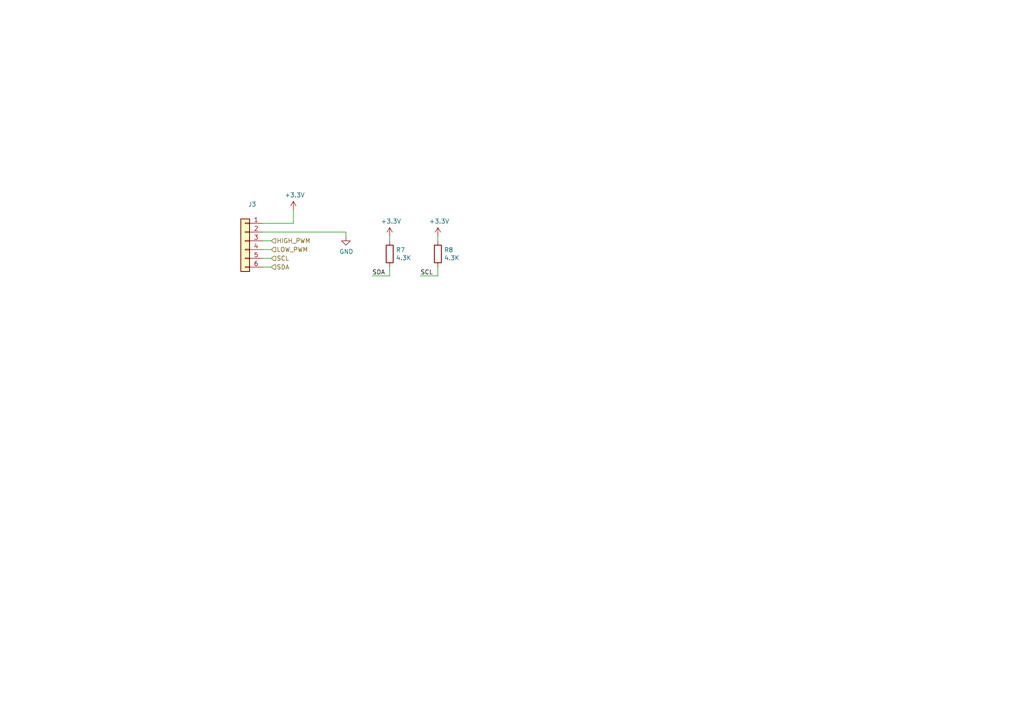
<source format=kicad_sch>
(kicad_sch (version 20211123) (generator eeschema)
  (paper "A4")
  (lib_symbols
    (symbol "Connector_Generic:Conn_01x06" (pin_names (offset 1.016) hide)
      (property "Reference" "J" (at 0 7.62 0))
      (property "Value" "Conn_01x06" (at 0 -10.16 0))
      (symbol "Conn_01x06_1_1"
        (rectangle (start -1.27 -7.493) (end 0 -7.747) (stroke (width 0.1524)))
        (rectangle (start -1.27 -4.953) (end 0 -5.207) (stroke (width 0.1524)))
        (rectangle (start -1.27 -2.413) (end 0 -2.667) (stroke (width 0.1524)))
        (rectangle (start -1.27 0.127) (end 0 -0.127) (stroke (width 0.1524)))
        (rectangle (start -1.27 2.667) (end 0 2.413) (stroke (width 0.1524)))
        (rectangle (start -1.27 5.207) (end 0 4.953) (stroke (width 0.1524)))
        (rectangle (start -1.27 6.35) (end 1.27 -8.89) (stroke (width 0.254)) (fill (type background)))
        (pin passive line (at -5.08 5.08 0) (length 3.81) (name "Pin_1") (number "1"))
        (pin passive line (at -5.08 2.54 0) (length 3.81) (name "Pin_2") (number "2"))
        (pin passive line (at -5.08 0 0) (length 3.81) (name "Pin_3") (number "3"))
        (pin passive line (at -5.08 -2.54 0) (length 3.81) (name "Pin_4") (number "4"))
        (pin passive line (at -5.08 -5.08 0) (length 3.81) (name "Pin_5") (number "5"))
        (pin passive line (at -5.08 -7.62 0) (length 3.81) (name "Pin_6") (number "6"))
      )
    )
    (symbol "Device:R" (pin_numbers hide) (pin_names (offset 0))
      (property "Reference" "R" (at 2.032 0 90))
      (property "Value" "R" (at 0 0 90))
      (symbol "R_0_1"
        (rectangle (start -1.016 -2.54) (end 1.016 2.54) (stroke (width 0.254)))
      )
      (symbol "R_1_1"
        (pin passive line (at 0 3.81 270) (length 1.27) (name "~") (number "1"))
        (pin passive line (at 0 -3.81 90) (length 1.27) (name "~") (number "2"))
      )
    )
    (symbol "power:+3.3V" (power) (pin_names (offset 0))
      (property "Value" "+3.3V" (at 0 3.556 0))
      (symbol "+3.3V_0_1"
        (polyline (pts (xy -0.762 1.27) (xy 0 2.54)))
        (polyline (pts (xy 0 0) (xy 0 2.54)))
        (polyline (pts (xy 0 2.54) (xy 0.762 1.27)))
      )
      (symbol "+3.3V_1_1"
        (pin power_in line (at 0 0 90) (length 0) hide (name "+3.3V") (number "1"))
      )
    )
    (symbol "power:GND" (power) (pin_names (offset 0))
      (property "Value" "GND" (at 0 -3.81 0))
      (symbol "GND_0_1"
        (polyline (pts (xy 0 0) (xy 0 -1.27) (xy 1.27 -1.27) (xy 0 -2.54) (xy -1.27 -1.27) (xy 0 -1.27)))
      )
      (symbol "GND_1_1"
        (pin power_in line (at 0 0 270) (length 0) hide (name "GND") (number "1"))
      )
    )
  )
  (wire (pts (xy 113.03 69.85) (xy 113.03 68.58)))
  (wire (pts (xy 78.74 77.47) (xy 76.2 77.47)))
  (wire (pts (xy 76.2 64.77) (xy 85.09 64.77)))
  (wire (pts (xy 78.74 74.93) (xy 76.2 74.93)))
  (wire (pts (xy 127 80.01) (xy 121.92 80.01)))
  (wire (pts (xy 85.09 60.96) (xy 85.09 64.77)))
  (wire (pts (xy 113.03 80.01) (xy 107.95 80.01)))
  (wire (pts (xy 100.33 67.31) (xy 100.33 68.58)))
  (wire (pts (xy 76.2 67.31) (xy 100.33 67.31)))
  (wire (pts (xy 113.03 77.47) (xy 113.03 80.01)))
  (wire (pts (xy 78.74 69.85) (xy 76.2 69.85)))
  (wire (pts (xy 127 77.47) (xy 127 80.01)))
  (wire (pts (xy 127 69.85) (xy 127 68.58)))
  (wire (pts (xy 76.2 72.39) (xy 78.74 72.39)))
  (label "SDA" (at 107.95 80.01 0))
  (label "SCL" (at 121.92 80.01 0))
  (hierarchical_label "SDA" (shape input) (at 78.74 77.47 0))
  (hierarchical_label "HIGH_PWM" (shape input) (at 78.74 69.85 0))
  (hierarchical_label "LOW_PWM" (shape input) (at 78.74 72.39 0))
  (hierarchical_label "SCL" (shape input) (at 78.74 74.93 0))
  (symbol (lib_id "Connector_Generic:Conn_01x06") (at 71.12 69.85 0) (mirror y) (unit 1)
    (property "Reference" "J3" (at 73.152 59.2582 0))
    (property "Value" "Conn_01x06" (effects hide))
    (property "Footprint" "Connector_PinHeader_2.54mm:PinHeader_1x06_P2.54mm_Vertical" (effects hide))
  )
  (symbol (lib_id "power:+3.3V") (at 85.09 60.96 0) (unit 1)
    (property "Reference" "#PWR019" (effects hide))
    (property "Value" "+3.3V" (at 85.471 56.5658 0))
  )
  (symbol (lib_id "power:GND") (at 100.33 68.58 0) (unit 1)
    (property "Reference" "#PWR020" (effects hide))
    (property "Value" "GND" (at 100.457 72.9742 0))
  )
  (symbol (lib_id "power:+3.3V") (at 113.03 68.58 0) (unit 1)
    (property "Reference" "#PWR021" (effects hide))
    (property "Value" "+3.3V" (at 113.411 64.1858 0))
  )
  (symbol (lib_id "Device:R") (at 113.03 73.66 0) (unit 1)
    (property "Reference" "R7" (at 114.808 72.4916 0) (effects (justify left)))
    (property "Value" "4.3K" (at 114.808 74.803 0) (effects (justify left)))
    (property "Footprint" "Resistor_SMD:R_0805_2012Metric_Pad1.20x1.40mm_HandSolder" (effects hide))
  )
  (symbol (lib_id "power:+3.3V") (at 127 68.58 0) (unit 1)
    (property "Reference" "#PWR022" (effects hide))
    (property "Value" "+3.3V" (at 127.381 64.1858 0))
  )
  (symbol (lib_id "Device:R") (at 127 73.66 0) (unit 1)
    (property "Reference" "R8" (at 128.778 72.4916 0) (effects (justify left)))
    (property "Value" "4.3K" (at 128.778 74.803 0) (effects (justify left)))
    (property "Footprint" "Resistor_SMD:R_0805_2012Metric_Pad1.20x1.40mm_HandSolder" (effects hide))
  )
)
</source>
